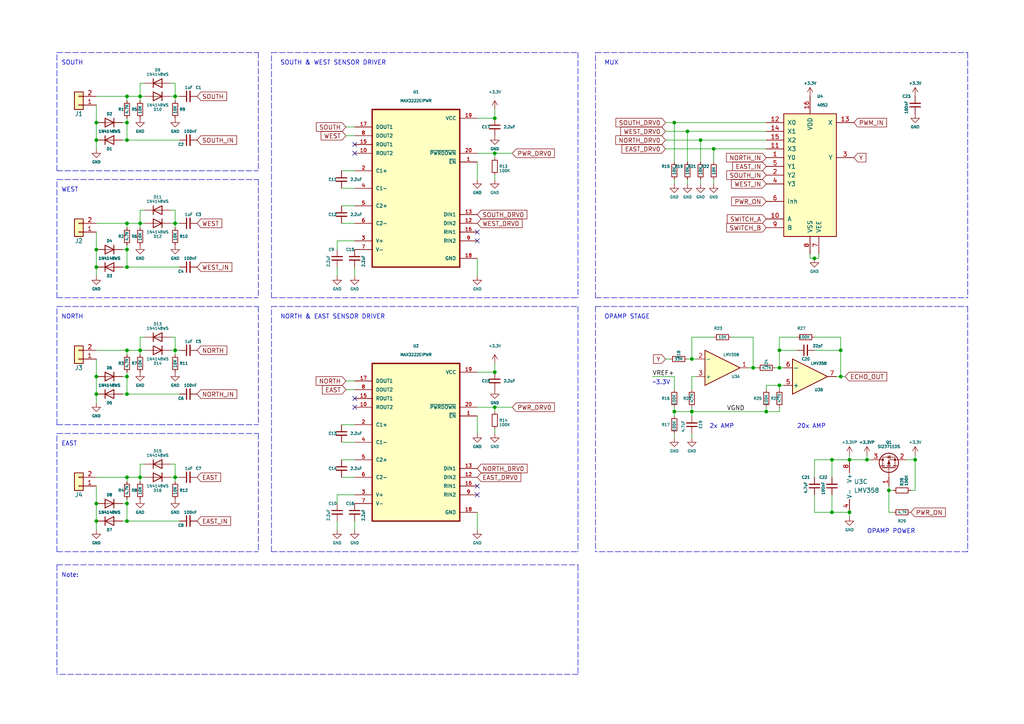
<source format=kicad_sch>
(kicad_sch (version 20211123) (generator eeschema)
  (paper "A4")
  (junction (at 241.3 148.59))
  (junction (at 199.39 38.1))
  (junction (at 143.51 44.45))
  (junction (at 222.25 119.38))
  (junction (at 27.94 109.22))
  (junction (at 257.81 142.24))
  (junction (at 195.58 35.56))
  (junction (at 226.06 106.68))
  (junction (at 143.51 118.11))
  (junction (at 195.58 119.38))
  (junction (at 50.8 101.6))
  (junction (at 251.46 133.35))
  (junction (at 236.22 74.93))
  (junction (at 36.83 35.56))
  (junction (at 36.83 138.43))
  (junction (at 200.66 104.14))
  (junction (at 143.51 34.29))
  (junction (at 265.43 133.35))
  (junction (at 50.8 27.94))
  (junction (at 36.83 72.39))
  (junction (at 36.83 146.05))
  (junction (at 50.8 64.77))
  (junction (at 27.94 35.56))
  (junction (at 241.3 133.35))
  (junction (at 50.8 138.43))
  (junction (at 40.64 27.94))
  (junction (at 218.44 106.68))
  (junction (at 226.06 101.6))
  (junction (at 36.83 109.22))
  (junction (at 27.94 151.13))
  (junction (at 243.84 101.6))
  (junction (at 36.83 40.64))
  (junction (at 243.84 109.22))
  (junction (at 36.83 64.77))
  (junction (at 40.64 101.6))
  (junction (at 200.66 119.38))
  (junction (at 40.64 138.43))
  (junction (at 36.83 27.94))
  (junction (at 27.94 146.05))
  (junction (at 36.83 77.47))
  (junction (at 27.94 114.3))
  (junction (at 246.38 133.35))
  (junction (at 27.94 72.39))
  (junction (at 207.01 43.18))
  (junction (at 36.83 151.13))
  (junction (at 40.64 64.77))
  (junction (at 36.83 101.6))
  (junction (at 27.94 40.64))
  (junction (at 27.94 77.47))
  (junction (at 246.38 148.59))
  (junction (at 203.2 40.64))
  (junction (at 143.51 107.95))
  (junction (at 226.06 111.76))
  (junction (at 36.83 114.3))
  (no_connect (at 138.43 143.51))
  (no_connect (at 102.87 44.45))
  (no_connect (at 102.87 115.57))
  (no_connect (at 138.43 69.85))
  (no_connect (at 102.87 41.91))
  (no_connect (at 138.43 140.97))
  (no_connect (at 138.43 67.31))
  (no_connect (at 102.87 118.11))
  (wire (pts (xy 49.53 64.77) (xy 50.8 64.77)))
  (wire (pts (xy 200.66 104.14) (xy 201.93 104.14)))
  (wire (pts (xy 257.81 140.97) (xy 257.81 142.24)))
  (wire (pts (xy 195.58 118.11) (xy 195.58 119.38)))
  (wire (pts (xy 195.58 52.07) (xy 195.58 53.34)))
  (wire (pts (xy 143.51 124.46) (xy 143.51 125.73)))
  (polyline (pts (xy 16.51 15.24) (xy 74.93 15.24)))
  (polyline (pts (xy 280.67 160.02) (xy 172.72 160.02)))
  (wire (pts (xy 241.3 133.35) (xy 246.38 133.35)))
  (wire (pts (xy 99.06 123.19) (xy 102.87 123.19)))
  (wire (pts (xy 226.06 111.76) (xy 222.25 111.76)))
  (wire (pts (xy 102.87 151.13) (xy 102.87 153.67)))
  (wire (pts (xy 195.58 119.38) (xy 200.66 119.38)))
  (wire (pts (xy 50.8 24.13) (xy 50.8 27.94)))
  (wire (pts (xy 36.83 114.3) (xy 52.07 114.3)))
  (polyline (pts (xy 16.51 163.83) (xy 167.64 163.83)))
  (wire (pts (xy 36.83 64.77) (xy 36.83 66.04)))
  (polyline (pts (xy 172.72 88.9) (xy 172.72 160.02)))
  (polyline (pts (xy 16.51 160.02) (xy 16.51 125.73)))
  (wire (pts (xy 49.53 60.96) (xy 50.8 60.96)))
  (polyline (pts (xy 16.51 123.19) (xy 74.93 123.19)))
  (polyline (pts (xy 74.93 52.07) (xy 74.93 86.36)))
  (polyline (pts (xy 16.51 52.07) (xy 74.93 52.07)))
  (wire (pts (xy 27.94 101.6) (xy 36.83 101.6)))
  (wire (pts (xy 200.66 113.03) (xy 200.66 109.22)))
  (wire (pts (xy 138.43 148.59) (xy 138.43 153.67)))
  (polyline (pts (xy 16.51 160.02) (xy 74.93 160.02)))
  (wire (pts (xy 36.83 138.43) (xy 40.64 138.43)))
  (wire (pts (xy 41.91 134.62) (xy 40.64 134.62)))
  (polyline (pts (xy 78.74 86.36) (xy 78.74 15.24)))
  (wire (pts (xy 246.38 132.08) (xy 246.38 133.35)))
  (wire (pts (xy 243.84 109.22) (xy 242.57 109.22)))
  (wire (pts (xy 200.66 119.38) (xy 200.66 120.65)))
  (wire (pts (xy 36.83 71.12) (xy 36.83 72.39)))
  (wire (pts (xy 36.83 77.47) (xy 52.07 77.47)))
  (wire (pts (xy 99.06 59.69) (xy 102.87 59.69)))
  (wire (pts (xy 138.43 34.29) (xy 143.51 34.29)))
  (wire (pts (xy 50.8 27.94) (xy 52.07 27.94)))
  (polyline (pts (xy 16.51 49.53) (xy 74.93 49.53)))
  (wire (pts (xy 143.51 44.45) (xy 143.51 45.72)))
  (wire (pts (xy 100.33 36.83) (xy 102.87 36.83)))
  (wire (pts (xy 49.53 138.43) (xy 50.8 138.43)))
  (wire (pts (xy 36.83 64.77) (xy 40.64 64.77)))
  (wire (pts (xy 100.33 110.49) (xy 102.87 110.49)))
  (wire (pts (xy 50.8 64.77) (xy 52.07 64.77)))
  (wire (pts (xy 193.04 104.14) (xy 194.31 104.14)))
  (wire (pts (xy 193.04 43.18) (xy 207.01 43.18)))
  (wire (pts (xy 36.83 72.39) (xy 35.56 72.39)))
  (wire (pts (xy 226.06 101.6) (xy 231.14 101.6)))
  (wire (pts (xy 97.79 143.51) (xy 102.87 143.51)))
  (wire (pts (xy 36.83 146.05) (xy 35.56 146.05)))
  (wire (pts (xy 50.8 134.62) (xy 50.8 138.43)))
  (wire (pts (xy 36.83 151.13) (xy 52.07 151.13)))
  (wire (pts (xy 27.94 109.22) (xy 27.94 114.3)))
  (wire (pts (xy 100.33 39.37) (xy 102.87 39.37)))
  (wire (pts (xy 264.16 142.24) (xy 265.43 142.24)))
  (wire (pts (xy 36.83 101.6) (xy 40.64 101.6)))
  (wire (pts (xy 50.8 101.6) (xy 50.8 102.87)))
  (polyline (pts (xy 167.64 195.58) (xy 16.51 195.58)))
  (wire (pts (xy 97.79 77.47) (xy 97.79 80.01)))
  (wire (pts (xy 27.94 114.3) (xy 27.94 116.84)))
  (wire (pts (xy 226.06 106.68) (xy 226.06 101.6)))
  (wire (pts (xy 224.79 106.68) (xy 226.06 106.68)))
  (wire (pts (xy 265.43 132.08) (xy 265.43 133.35)))
  (wire (pts (xy 199.39 38.1) (xy 222.25 38.1)))
  (wire (pts (xy 226.06 106.68) (xy 227.33 106.68)))
  (wire (pts (xy 212.09 97.79) (xy 218.44 97.79)))
  (wire (pts (xy 193.04 40.64) (xy 203.2 40.64)))
  (wire (pts (xy 35.56 40.64) (xy 36.83 40.64)))
  (wire (pts (xy 259.08 148.59) (xy 257.81 148.59)))
  (wire (pts (xy 40.64 134.62) (xy 40.64 138.43)))
  (wire (pts (xy 36.83 40.64) (xy 52.07 40.64)))
  (polyline (pts (xy 16.51 49.53) (xy 16.51 15.24)))
  (polyline (pts (xy 78.74 160.02) (xy 167.64 160.02)))
  (wire (pts (xy 193.04 35.56) (xy 195.58 35.56)))
  (wire (pts (xy 195.58 113.03) (xy 195.58 109.22)))
  (wire (pts (xy 27.94 72.39) (xy 27.94 77.47)))
  (wire (pts (xy 189.23 109.22) (xy 195.58 109.22)))
  (wire (pts (xy 40.64 97.79) (xy 40.64 101.6)))
  (wire (pts (xy 27.94 64.77) (xy 36.83 64.77)))
  (wire (pts (xy 138.43 118.11) (xy 143.51 118.11)))
  (wire (pts (xy 143.51 50.8) (xy 143.51 52.07)))
  (wire (pts (xy 40.64 24.13) (xy 40.64 27.94)))
  (wire (pts (xy 241.3 133.35) (xy 236.22 133.35)))
  (polyline (pts (xy 78.74 160.02) (xy 78.74 88.9)))
  (wire (pts (xy 27.94 146.05) (xy 27.94 151.13)))
  (wire (pts (xy 40.64 60.96) (xy 40.64 64.77)))
  (wire (pts (xy 99.06 49.53) (xy 102.87 49.53)))
  (polyline (pts (xy 172.72 15.24) (xy 280.67 15.24)))
  (wire (pts (xy 36.83 109.22) (xy 35.56 109.22)))
  (wire (pts (xy 243.84 101.6) (xy 243.84 109.22)))
  (wire (pts (xy 97.79 69.85) (xy 102.87 69.85)))
  (wire (pts (xy 143.51 118.11) (xy 148.59 118.11)))
  (polyline (pts (xy 167.64 15.24) (xy 167.64 86.36)))
  (wire (pts (xy 50.8 97.79) (xy 50.8 101.6)))
  (wire (pts (xy 195.58 35.56) (xy 222.25 35.56)))
  (wire (pts (xy 203.2 52.07) (xy 203.2 53.34)))
  (wire (pts (xy 138.43 74.93) (xy 138.43 80.01)))
  (wire (pts (xy 236.22 138.43) (xy 236.22 133.35)))
  (wire (pts (xy 218.44 106.68) (xy 219.71 106.68)))
  (wire (pts (xy 199.39 52.07) (xy 199.39 53.34)))
  (wire (pts (xy 200.66 109.22) (xy 201.93 109.22)))
  (polyline (pts (xy 167.64 88.9) (xy 167.64 160.02)))
  (wire (pts (xy 27.94 30.48) (xy 27.94 35.56)))
  (wire (pts (xy 138.43 125.73) (xy 138.43 120.65)))
  (wire (pts (xy 36.83 40.64) (xy 36.83 35.56)))
  (wire (pts (xy 195.58 125.73) (xy 195.58 127)))
  (wire (pts (xy 36.83 27.94) (xy 40.64 27.94)))
  (wire (pts (xy 36.83 101.6) (xy 36.83 102.87)))
  (wire (pts (xy 138.43 44.45) (xy 143.51 44.45)))
  (wire (pts (xy 251.46 132.08) (xy 251.46 133.35)))
  (wire (pts (xy 222.25 119.38) (xy 200.66 119.38)))
  (wire (pts (xy 226.06 101.6) (xy 226.06 97.79)))
  (polyline (pts (xy 172.72 86.36) (xy 280.67 86.36)))
  (wire (pts (xy 265.43 133.35) (xy 262.89 133.35)))
  (wire (pts (xy 41.91 97.79) (xy 40.64 97.79)))
  (wire (pts (xy 237.49 73.66) (xy 237.49 74.93)))
  (wire (pts (xy 40.64 27.94) (xy 40.64 29.21)))
  (wire (pts (xy 50.8 60.96) (xy 50.8 64.77)))
  (wire (pts (xy 27.94 35.56) (xy 27.94 40.64)))
  (wire (pts (xy 40.64 101.6) (xy 40.64 102.87)))
  (wire (pts (xy 226.06 119.38) (xy 222.25 119.38)))
  (wire (pts (xy 203.2 40.64) (xy 203.2 46.99)))
  (wire (pts (xy 199.39 38.1) (xy 199.39 46.99)))
  (wire (pts (xy 49.53 27.94) (xy 50.8 27.94)))
  (polyline (pts (xy 78.74 86.36) (xy 167.64 86.36)))
  (wire (pts (xy 257.81 142.24) (xy 257.81 148.59)))
  (wire (pts (xy 195.58 119.38) (xy 195.58 120.65)))
  (polyline (pts (xy 280.67 88.9) (xy 280.67 160.02)))
  (wire (pts (xy 49.53 97.79) (xy 50.8 97.79)))
  (wire (pts (xy 36.83 114.3) (xy 36.83 109.22)))
  (wire (pts (xy 50.8 27.94) (xy 50.8 29.21)))
  (wire (pts (xy 50.8 101.6) (xy 52.07 101.6)))
  (wire (pts (xy 243.84 109.22) (xy 245.11 109.22)))
  (wire (pts (xy 40.64 64.77) (xy 41.91 64.77)))
  (wire (pts (xy 99.06 128.27) (xy 102.87 128.27)))
  (polyline (pts (xy 16.51 123.19) (xy 16.51 88.9)))
  (wire (pts (xy 236.22 101.6) (xy 243.84 101.6)))
  (wire (pts (xy 27.94 104.14) (xy 27.94 109.22)))
  (polyline (pts (xy 74.93 15.24) (xy 74.93 49.53)))
  (wire (pts (xy 99.06 54.61) (xy 102.87 54.61)))
  (wire (pts (xy 265.43 142.24) (xy 265.43 133.35)))
  (wire (pts (xy 200.66 97.79) (xy 200.66 104.14)))
  (wire (pts (xy 40.64 64.77) (xy 40.64 66.04)))
  (wire (pts (xy 236.22 143.51) (xy 236.22 148.59)))
  (wire (pts (xy 36.83 34.29) (xy 36.83 35.56)))
  (wire (pts (xy 100.33 113.03) (xy 102.87 113.03)))
  (wire (pts (xy 49.53 101.6) (xy 50.8 101.6)))
  (wire (pts (xy 35.56 114.3) (xy 36.83 114.3)))
  (wire (pts (xy 226.06 118.11) (xy 226.06 119.38)))
  (wire (pts (xy 246.38 148.59) (xy 246.38 149.86)))
  (wire (pts (xy 36.83 77.47) (xy 36.83 72.39)))
  (wire (pts (xy 40.64 138.43) (xy 40.64 139.7)))
  (wire (pts (xy 234.95 74.93) (xy 236.22 74.93)))
  (wire (pts (xy 36.83 138.43) (xy 36.83 139.7)))
  (polyline (pts (xy 74.93 125.73) (xy 74.93 160.02)))
  (polyline (pts (xy 16.51 163.83) (xy 16.51 195.58)))
  (wire (pts (xy 234.95 73.66) (xy 234.95 74.93)))
  (wire (pts (xy 237.49 74.93) (xy 236.22 74.93)))
  (wire (pts (xy 36.83 144.78) (xy 36.83 146.05)))
  (wire (pts (xy 200.66 97.79) (xy 207.01 97.79)))
  (wire (pts (xy 40.64 27.94) (xy 41.91 27.94)))
  (wire (pts (xy 99.06 138.43) (xy 102.87 138.43)))
  (wire (pts (xy 207.01 43.18) (xy 222.25 43.18)))
  (wire (pts (xy 200.66 119.38) (xy 200.66 118.11)))
  (wire (pts (xy 99.06 133.35) (xy 102.87 133.35)))
  (wire (pts (xy 193.04 38.1) (xy 199.39 38.1)))
  (polyline (pts (xy 78.74 15.24) (xy 167.64 15.24)))
  (wire (pts (xy 97.79 69.85) (xy 97.79 72.39)))
  (polyline (pts (xy 16.51 86.36) (xy 16.51 52.07)))
  (wire (pts (xy 40.64 101.6) (xy 41.91 101.6)))
  (polyline (pts (xy 16.51 86.36) (xy 74.93 86.36)))
  (wire (pts (xy 207.01 52.07) (xy 207.01 53.34)))
  (wire (pts (xy 203.2 40.64) (xy 222.25 40.64)))
  (wire (pts (xy 138.43 107.95) (xy 143.51 107.95)))
  (wire (pts (xy 27.94 151.13) (xy 27.94 153.67)))
  (wire (pts (xy 102.87 77.47) (xy 102.87 80.01)))
  (wire (pts (xy 36.83 27.94) (xy 36.83 29.21)))
  (wire (pts (xy 143.51 105.41) (xy 143.51 107.95)))
  (wire (pts (xy 241.3 148.59) (xy 246.38 148.59)))
  (wire (pts (xy 50.8 138.43) (xy 50.8 139.7)))
  (wire (pts (xy 36.83 107.95) (xy 36.83 109.22)))
  (polyline (pts (xy 74.93 88.9) (xy 74.93 123.19)))
  (wire (pts (xy 195.58 35.56) (xy 195.58 46.99)))
  (wire (pts (xy 227.33 111.76) (xy 226.06 111.76)))
  (wire (pts (xy 97.79 151.13) (xy 97.79 153.67)))
  (wire (pts (xy 251.46 133.35) (xy 252.73 133.35)))
  (polyline (pts (xy 172.72 86.36) (xy 172.72 15.24)))
  (wire (pts (xy 236.22 97.79) (xy 243.84 97.79)))
  (wire (pts (xy 99.06 64.77) (xy 102.87 64.77)))
  (polyline (pts (xy 172.72 88.9) (xy 280.67 88.9)))
  (wire (pts (xy 35.56 77.47) (xy 36.83 77.47)))
  (wire (pts (xy 50.8 64.77) (xy 50.8 66.04)))
  (wire (pts (xy 40.64 138.43) (xy 41.91 138.43)))
  (polyline (pts (xy 78.74 88.9) (xy 167.64 88.9)))
  (wire (pts (xy 217.17 106.68) (xy 218.44 106.68)))
  (wire (pts (xy 35.56 151.13) (xy 36.83 151.13)))
  (wire (pts (xy 27.94 67.31) (xy 27.94 72.39)))
  (wire (pts (xy 143.51 118.11) (xy 143.51 119.38)))
  (wire (pts (xy 27.94 40.64) (xy 27.94 43.18)))
  (wire (pts (xy 222.25 118.11) (xy 222.25 119.38)))
  (wire (pts (xy 241.3 148.59) (xy 236.22 148.59)))
  (wire (pts (xy 246.38 133.35) (xy 251.46 133.35)))
  (wire (pts (xy 41.91 24.13) (xy 40.64 24.13)))
  (wire (pts (xy 27.94 77.47) (xy 27.94 80.01)))
  (wire (pts (xy 218.44 106.68) (xy 218.44 97.79)))
  (wire (pts (xy 50.8 138.43) (xy 52.07 138.43)))
  (wire (pts (xy 41.91 60.96) (xy 40.64 60.96)))
  (wire (pts (xy 27.94 140.97) (xy 27.94 146.05)))
  (wire (pts (xy 226.06 111.76) (xy 226.06 113.03)))
  (wire (pts (xy 27.94 138.43) (xy 36.83 138.43)))
  (polyline (pts (xy 280.67 15.24) (xy 280.67 86.36)))
  (wire (pts (xy 241.3 143.51) (xy 241.3 148.59)))
  (polyline (pts (xy 16.51 88.9) (xy 74.93 88.9)))
  (wire (pts (xy 207.01 43.18) (xy 207.01 46.99)))
  (wire (pts (xy 49.53 134.62) (xy 50.8 134.62)))
  (wire (pts (xy 97.79 143.51) (xy 97.79 146.05)))
  (wire (pts (xy 199.39 104.14) (xy 200.66 104.14)))
  (wire (pts (xy 138.43 52.07) (xy 138.43 46.99)))
  (wire (pts (xy 243.84 97.79) (xy 243.84 101.6)))
  (wire (pts (xy 200.66 125.73) (xy 200.66 127)))
  (wire (pts (xy 27.94 27.94) (xy 36.83 27.94)))
  (wire (pts (xy 143.51 31.75) (xy 143.51 34.29)))
  (wire (pts (xy 36.83 35.56) (xy 35.56 35.56)))
  (wire (pts (xy 49.53 24.13) (xy 50.8 24.13)))
  (wire (pts (xy 36.83 151.13) (xy 36.83 146.05)))
  (wire (pts (xy 226.06 97.79) (xy 231.14 97.79)))
  (wire (pts (xy 222.25 111.76) (xy 222.25 113.03)))
  (wire (pts (xy 143.51 44.45) (xy 148.59 44.45)))
  (wire (pts (xy 257.81 142.24) (xy 259.08 142.24)))
  (polyline (pts (xy 167.64 163.83) (xy 167.64 195.58)))
  (wire (pts (xy 241.3 138.43) (xy 241.3 133.35)))
  (polyline (pts (xy 16.51 125.73) (xy 74.93 125.73)))
  (text "MUX" (at 175.26 19.05 0) (effects (font (size 1.27 1.27)) (justify left bottom)))
  (text "Note:" (at 17.78 167.64 0) (effects (font (size 1.27 1.27)) (justify left bottom)))
  (text "OPAMP POWER" (at 251.46 154.94 0) (effects (font (size 1.27 1.27)) (justify left bottom)))
  (text "2x AMP" (at 205.74 124.46 0) (effects (font (size 1.27 1.27)) (justify left bottom)))
  (text "20x AMP" (at 231.14 124.46 0) (effects (font (size 1.27 1.27)) (justify left bottom)))
  (text "~3.3V" (at 189.23 111.76 0) (effects (font (size 1.27 1.27)) (justify left bottom)))
  (text "SOUTH & WEST SENSOR DRIVER" (at 81.28 19.05 0) (effects (font (size 1.27 1.27)) (justify left bottom)))
  (text "OPAMP STAGE" (at 175.26 92.71 0) (effects (font (size 1.27 1.27)) (justify left bottom)))
  (text "SOUTH" (at 17.78 19.05 0) (effects (font (size 1.27 1.27)) (justify left bottom)))
  (text "EAST" (at 17.78 129.54 0) (effects (font (size 1.27 1.27)) (justify left bottom)))
  (text "NORTH & EAST SENSOR DRIVER" (at 81.28 92.71 0) (effects (font (size 1.27 1.27)) (justify left bottom)))
  (text "WEST" (at 17.78 55.88 0) (effects (font (size 1.27 1.27)) (justify left bottom)))
  (text "NORTH" (at 17.78 92.71 0) (effects (font (size 1.27 1.27)) (justify left bottom)))
  (label "VGND" (at 210.82 119.38 0))
  (label "VREF+" (at 189.23 109.22 0))
  (global_label "PWR_ON" (shape input) (at 222.25 58.42 180) (property "Intersheet References" "${INTERSHEET_REFS}" (effects hide)))
  (global_label "NORTH_DRV0" (shape input) (at 138.43 135.89 0) (property "Intersheet References" "${INTERSHEET_REFS}" (effects hide)))
  (global_label "SOUTH_DRV0" (shape input) (at 193.04 35.56 180) (property "Intersheet References" "${INTERSHEET_REFS}" (effects hide)))
  (global_label "PWR_ON" (shape input) (at 264.16 148.59 0) (property "Intersheet References" "${INTERSHEET_REFS}" (effects hide)))
  (global_label "SWITCH_B" (shape input) (at 222.25 66.04 180) (property "Intersheet References" "${INTERSHEET_REFS}" (effects hide)))
  (global_label "NORTH_IN" (shape input) (at 222.25 45.72 180) (property "Intersheet References" "${INTERSHEET_REFS}" (effects hide)))
  (global_label "EAST_DRV0" (shape input) (at 138.43 138.43 0) (property "Intersheet References" "${INTERSHEET_REFS}" (effects hide)))
  (global_label "SOUTH_DRV0" (shape input) (at 138.43 62.23 0) (property "Intersheet References" "${INTERSHEET_REFS}" (effects hide)))
  (global_label "SOUTH" (shape input) (at 57.15 27.94 0) (property "Intersheet References" "${INTERSHEET_REFS}" (effects hide)))
  (global_label "NORTH_DRV0" (shape input) (at 193.04 40.64 180) (property "Intersheet References" "${INTERSHEET_REFS}" (effects hide)))
  (global_label "Y" (shape input) (at 247.65 45.72 0) (property "Intersheet References" "${INTERSHEET_REFS}" (effects hide)))
  (global_label "WEST_DRV0" (shape input) (at 138.43 64.77 0) (property "Intersheet References" "${INTERSHEET_REFS}" (effects hide)))
  (global_label "EAST_IN" (shape input) (at 222.25 48.26 180) (property "Intersheet References" "${INTERSHEET_REFS}" (effects hide)))
  (global_label "WEST_IN" (shape input) (at 57.15 77.47 0) (property "Intersheet References" "${INTERSHEET_REFS}" (effects hide)))
  (global_label "PWR_DRV0" (shape input) (at 148.59 44.45 0) (property "Intersheet References" "${INTERSHEET_REFS}" (effects hide)))
  (global_label "WEST_IN" (shape input) (at 222.25 53.34 180) (property "Intersheet References" "${INTERSHEET_REFS}" (effects hide)))
  (global_label "PWR_DRV0" (shape input) (at 148.59 118.11 0) (property "Intersheet References" "${INTERSHEET_REFS}" (effects hide)))
  (global_label "EAST" (shape input) (at 57.15 138.43 0) (property "Intersheet References" "${INTERSHEET_REFS}" (effects hide)))
  (global_label "ECHO_OUT" (shape input) (at 245.11 109.22 0) (property "Intersheet References" "${INTERSHEET_REFS}" (effects hide)))
  (global_label "EAST_DRV0" (shape input) (at 193.04 43.18 180) (property "Intersheet References" "${INTERSHEET_REFS}" (effects hide)))
  (global_label "WEST" (shape input) (at 57.15 64.77 0) (property "Intersheet References" "${INTERSHEET_REFS}" (effects hide)))
  (global_label "EAST_IN" (shape input) (at 57.15 151.13 0) (property "Intersheet References" "${INTERSHEET_REFS}" (effects hide)))
  (global_label "WEST" (shape input) (at 100.33 39.37 180) (property "Intersheet References" "${INTERSHEET_REFS}" (effects hide)))
  (global_label "EAST" (shape input) (at 100.33 113.03 180) (property "Intersheet References" "${INTERSHEET_REFS}" (effects hide)))
  (global_label "NORTH" (shape input) (at 57.15 101.6 0) (property "Intersheet References" "${INTERSHEET_REFS}" (effects hide)))
  (global_label "SOUTH_IN" (shape input) (at 222.25 50.8 180) (property "Intersheet References" "${INTERSHEET_REFS}" (effects hide)))
  (global_label "SWITCH_A" (shape input) (at 222.25 63.5 180) (property "Intersheet References" "${INTERSHEET_REFS}" (effects hide)))
  (global_label "Y" (shape input) (at 193.04 104.14 180) (property "Intersheet References" "${INTERSHEET_REFS}" (effects hide)))
  (global_label "NORTH" (shape input) (at 100.33 110.49 180) (property "Intersheet References" "${INTERSHEET_REFS}" (effects hide)))
  (global_label "NORTH_IN" (shape input) (at 57.15 114.3 0) (property "Intersheet References" "${INTERSHEET_REFS}" (effects hide)))
  (global_label "SOUTH" (shape input) (at 100.33 36.83 180) (property "Intersheet References" "${INTERSHEET_REFS}" (effects hide)))
  (global_label "WEST_DRV0" (shape input) (at 193.04 38.1 180) (property "Intersheet References" "${INTERSHEET_REFS}" (effects hide)))
  (global_label "SOUTH_IN" (shape input) (at 57.15 40.64 0) (property "Intersheet References" "${INTERSHEET_REFS}" (effects hide)))
  (global_label "PWM_IN" (shape input) (at 247.65 35.56 0) (property "Intersheet References" "${INTERSHEET_REFS}" (effects hide)))
  (symbol (lib_id "Device:C_Small") (at 54.61 101.6 90) (unit 1)
    (property "Reference" "C5" (at 58.42 99.06 90) (effects (font (size 0.8 0.8)) (justify left)))
    (property "Value" "1uF" (at 55.88 99.06 90) (effects (font (size 0.8 0.8)) (justify left)))
    (property "Footprint" "Capacitor_SMD:C_0603_1608Metric" (effects hide))
  )
  (symbol (lib_id "Diode:1N4148WS") (at 31.75 151.13 0) (unit 1)
    (property "Reference" "D8" (at 31.75 143.51 0) (effects (font (size 0.8 0.8))))
    (property "Value" "1N4148WS" (at 31.75 148.59 0) (effects (font (size 0.8 0.8))))
    (property "Footprint" "Diode_SMD:D_SOD-323" (effects hide))
    (property "Datasheet" "https://www.vishay.com/docs/85751/1n4148ws.pdf" (effects hide))
  )
  (symbol (lib_id "Device:C_Small") (at 241.3 140.97 180) (unit 1)
    (property "Reference" "C22" (at 240.03 138.43 0) (effects (font (size 0.8 0.8)) (justify left)))
    (property "Value" "100nF" (at 238.76 139.7 90) (effects (font (size 0.8 0.8)) (justify left)))
    (property "Footprint" "Capacitor_SMD:C_0603_1608Metric" (effects hide))
  )
  (symbol (lib_id "Device:R_Small") (at 143.51 121.92 180) (unit 1)
    (property "Reference" "R14" (at 144.78 121.92 0) (effects (font (size 0.8 0.8)) (justify right)))
    (property "Value" "100K" (at 144.78 123.19 0) (effects (font (size 0.8 0.8)) (justify right)))
    (property "Footprint" "Resistor_SMD:R_0603_1608Metric" (effects hide))
  )
  (symbol (lib_id "power:GND") (at 27.94 116.84 0) (unit 1)
    (property "Reference" "#PWR0133" (effects hide))
    (property "Value" "GND" (at 27.94 120.65 0) (effects (font (size 0.8 0.8))))
  )
  (symbol (lib_id "4xxx:4052") (at 234.95 50.8 0) (unit 1)
    (property "Reference" "U4" (at 236.9694 27.94 0) (effects (font (size 0.8 0.8)) (justify left)))
    (property "Value" "4052" (at 236.9694 30.48 0) (effects (font (size 0.8 0.8)) (justify left)))
    (property "Datasheet" "http://www.intersil.com/content/dam/Intersil/documents/cd40/cd4051bms-52bms-53bms.pdf" (effects hide))
  )
  (symbol (lib_id "Device:R_Small") (at 50.8 142.24 180) (unit 1)
    (property "Reference" "R12" (at 52.07 142.24 0) (effects (font (size 0.8 0.8)) (justify right)))
    (property "Value" "10K" (at 50.8 143.51 90) (effects (font (size 0.8 0.8)) (justify right)))
    (property "Footprint" "Resistor_SMD:R_0603_1608Metric" (effects hide))
  )
  (symbol (lib_id "power:GND") (at 265.43 33.02 0) (unit 1)
    (property "Reference" "#PWR0108" (effects hide))
    (property "Value" "GND" (at 265.43 36.83 0) (effects (font (size 0.8 0.8))))
  )
  (symbol (lib_id "Device:R_Small") (at 203.2 49.53 0) (unit 1)
    (property "Reference" "R21" (at 201.93 48.26 0) (effects (font (size 0.8 0.8)) (justify right)))
    (property "Value" "10K" (at 203.2 48.26 90) (effects (font (size 0.8 0.8)) (justify right)))
    (property "Footprint" "Resistor_SMD:R_0603_1608Metric" (effects hide))
  )
  (symbol (lib_id "power:GND") (at 200.66 127 0) (unit 1)
    (property "Reference" "#PWR0120" (effects hide))
    (property "Value" "GND" (at 200.66 130.81 0) (effects (font (size 0.8 0.8))))
  )
  (symbol (lib_id "Device:R_Small") (at 261.62 142.24 270) (unit 1)
    (property "Reference" "R28" (at 261.62 140.97 0) (effects (font (size 0.8 0.8)) (justify right)))
    (property "Value" "100K" (at 262.89 140.97 0) (effects (font (size 0.8 0.8)) (justify right)))
    (property "Footprint" "Resistor_SMD:R_0603_1608Metric" (effects hide))
  )
  (symbol (lib_id "Connector_Generic:Conn_01x02") (at 22.86 104.14 180) (unit 1)
    (property "Reference" "J3" (at 22.86 106.68 0))
    (property "Value" "Conn_01x02" (effects hide))
  )
  (symbol (lib_id "Device:C_Small") (at 143.51 36.83 0) (unit 1)
    (property "Reference" "C17" (at 139.7 36.83 0) (effects (font (size 0.8 0.8)) (justify left)))
    (property "Value" "2.2uF" (at 146.05 36.83 0) (effects (font (size 0.8 0.8)) (justify left)))
    (property "Footprint" "Capacitor_SMD:C_0603_1608Metric" (effects hide))
  )
  (symbol (lib_id "power:GND") (at 138.43 80.01 0) (unit 1)
    (property "Reference" "#PWR0121" (effects hide))
    (property "Value" "GND" (at 138.43 83.82 0) (effects (font (size 0.8 0.8))))
  )
  (symbol (lib_id "Device:R_Small") (at 40.64 68.58 180) (unit 1)
    (property "Reference" "R6" (at 38.1 68.58 0) (effects (font (size 0.8 0.8)) (justify right)))
    (property "Value" "10K" (at 40.64 69.85 90) (effects (font (size 0.8 0.8)) (justify right)))
    (property "Footprint" "Resistor_SMD:R_0603_1608Metric" (effects hide))
  )
  (symbol (lib_id "Device:C_Small") (at 54.61 77.47 90) (unit 1)
    (property "Reference" "C4" (at 53.34 78.74 90) (effects (font (size 0.8 0.8)) (justify left)))
    (property "Value" "100nF" (at 57.15 74.93 90) (effects (font (size 0.8 0.8)) (justify left)))
    (property "Footprint" "Capacitor_SMD:C_0603_1608Metric" (effects hide))
  )
  (symbol (lib_id "Diode:1N4148WS") (at 31.75 146.05 180) (unit 1)
    (property "Reference" "D7" (at 31.75 153.67 0) (effects (font (size 0.8 0.8))))
    (property "Value" "1N4148WS" (at 31.75 148.59 0) (effects (font (size 0.8 0.8))))
    (property "Footprint" "Diode_SMD:D_SOD-323" (effects hide))
    (property "Datasheet" "https://www.vishay.com/docs/85751/1n4148ws.pdf" (effects hide))
  )
  (symbol (lib_id "power:GND") (at 102.87 153.67 0) (unit 1)
    (property "Reference" "#PWR0137" (effects hide))
    (property "Value" "GND" (at 102.87 157.48 0) (effects (font (size 0.8 0.8))))
  )
  (symbol (lib_id "power:GND") (at 143.51 52.07 0) (unit 1)
    (property "Reference" "#PWR0117" (effects hide))
    (property "Value" "GND" (at 143.51 55.88 0) (effects (font (size 0.8 0.8))))
  )
  (symbol (lib_id "Device:R_Small") (at 36.83 142.24 180) (unit 1)
    (property "Reference" "R4" (at 34.29 142.24 0) (effects (font (size 0.8 0.8)) (justify right)))
    (property "Value" "4.7K" (at 36.83 143.51 90) (effects (font (size 0.8 0.8)) (justify right)))
    (property "Footprint" "Resistor_SMD:R_0603_1608Metric" (effects hide))
  )
  (symbol (lib_id "power:GND") (at 207.01 53.34 0) (unit 1)
    (property "Reference" "#PWR0101" (effects hide))
    (property "Value" "GND" (at 207.01 57.15 0) (effects (font (size 0.8 0.8))))
  )
  (symbol (lib_id "Diode:1N4148WS") (at 31.75 40.64 0) (unit 1)
    (property "Reference" "D2" (at 31.75 33.02 0) (effects (font (size 0.8 0.8))))
    (property "Value" "1N4148WS" (at 31.75 38.1 0) (effects (font (size 0.8 0.8))))
    (property "Footprint" "Diode_SMD:D_SOD-323" (effects hide))
    (property "Datasheet" "https://www.vishay.com/docs/85751/1n4148ws.pdf" (effects hide))
  )
  (symbol (lib_id "Device:R_Small") (at 40.64 105.41 180) (unit 1)
    (property "Reference" "R7" (at 38.1 105.41 0) (effects (font (size 0.8 0.8)) (justify right)))
    (property "Value" "10K" (at 40.64 106.68 90) (effects (font (size 0.8 0.8)) (justify right)))
    (property "Footprint" "Resistor_SMD:R_0603_1608Metric" (effects hide))
  )
  (symbol (lib_name "MAX3222EIPWR_1") (lib_id "MAX3222EIPWR:MAX3222EIPWR") (at 120.65 128.27 0) (mirror y) (unit 1)
    (property "Reference" "U2" (at 120.65 100.33 0) (effects (font (size 0.8 0.8))))
    (property "Value" "MAX3222EIPWR" (at 120.65 102.87 0) (effects (font (size 0.8 0.8))))
    (property "Footprint" "MAX3222EIPWR:SOP65P640X120-20N" (effects hide))
  )
  (symbol (lib_id "Device:C_Small") (at 54.61 64.77 90) (unit 1)
    (property "Reference" "C3" (at 58.42 62.23 90) (effects (font (size 0.8 0.8)) (justify left)))
    (property "Value" "1uF" (at 55.88 62.23 90) (effects (font (size 0.8 0.8)) (justify left)))
    (property "Footprint" "Capacitor_SMD:C_0603_1608Metric" (effects hide))
  )
  (symbol (lib_id "Device:R_Small") (at 199.39 49.53 0) (unit 1)
    (property "Reference" "R19" (at 198.12 48.26 0) (effects (font (size 0.8 0.8)) (justify right)))
    (property "Value" "10K" (at 199.39 48.26 90) (effects (font (size 0.8 0.8)) (justify right)))
    (property "Footprint" "Resistor_SMD:R_0603_1608Metric" (effects hide))
  )
  (symbol (lib_id "Device:C_Small") (at 99.06 62.23 0) (unit 1)
    (property "Reference" "C12" (at 95.25 62.23 0) (effects (font (size 0.8 0.8)) (justify left)))
    (property "Value" "2.2uF" (at 101.6 62.23 0) (effects (font (size 0.8 0.8)) (justify left)))
    (property "Footprint" "Capacitor_SMD:C_0603_1608Metric" (effects hide))
  )
  (symbol (lib_id "Device:R_Small") (at 207.01 49.53 0) (unit 1)
    (property "Reference" "R22" (at 205.74 48.26 0) (effects (font (size 0.8 0.8)) (justify right)))
    (property "Value" "10K" (at 207.01 48.26 90) (effects (font (size 0.8 0.8)) (justify right)))
    (property "Footprint" "Resistor_SMD:R_0603_1608Metric" (effects hide))
  )
  (symbol (lib_id "power:GND") (at 138.43 52.07 0) (unit 1)
    (property "Reference" "#PWR0123" (effects hide))
    (property "Value" "GND" (at 138.43 55.88 0) (effects (font (size 0.8 0.8))))
  )
  (symbol (lib_id "Amplifier_Operational:LMV358") (at 234.95 109.22 0) (mirror x) (unit 2)
    (property "Reference" "U3" (at 237.49 113.03 0) (effects (font (size 0.8 0.8))))
    (property "Value" "LMV358" (at 237.49 105.41 0) (effects (font (size 0.8 0.8))))
    (property "Datasheet" "http://www.ti.com/lit/ds/symlink/lmv324.pdf" (effects hide))
  )
  (symbol (lib_id "Device:R_Small") (at 50.8 105.41 180) (unit 1)
    (property "Reference" "R11" (at 52.07 105.41 0) (effects (font (size 0.8 0.8)) (justify right)))
    (property "Value" "10K" (at 50.8 106.68 90) (effects (font (size 0.8 0.8)) (justify right)))
    (property "Footprint" "Resistor_SMD:R_0603_1608Metric" (effects hide))
  )
  (symbol (lib_id "Connector_Generic:Conn_01x02") (at 22.86 67.31 180) (unit 1)
    (property "Reference" "J2" (at 22.86 69.85 0))
    (property "Value" "Conn_01x02" (effects hide))
  )
  (symbol (lib_id "Device:R_Small") (at 143.51 48.26 180) (unit 1)
    (property "Reference" "R13" (at 144.78 48.26 0) (effects (font (size 0.8 0.8)) (justify right)))
    (property "Value" "100K" (at 144.78 49.53 0) (effects (font (size 0.8 0.8)) (justify right)))
    (property "Footprint" "Resistor_SMD:R_0603_1608Metric" (effects hide))
  )
  (symbol (lib_id "Device:R_Small") (at 222.25 115.57 0) (unit 1)
    (property "Reference" "R25" (at 220.98 115.57 0) (effects (font (size 0.8 0.8)) (justify right)))
    (property "Value" "100K" (at 222.25 114.3 90) (effects (font (size 0.8 0.8)) (justify right)))
    (property "Footprint" "Resistor_SMD:R_0603_1608Metric" (effects hide))
  )
  (symbol (lib_id "power:+3.3VP") (at 251.46 132.08 0) (unit 1)
    (property "Reference" "#PWR0114" (effects hide))
    (property "Value" "+3.3VP" (at 251.46 128.27 0) (effects (font (size 0.8 0.8))))
  )
  (symbol (lib_id "power:GND") (at 138.43 153.67 0) (unit 1)
    (property "Reference" "#PWR0140" (effects hide))
    (property "Value" "GND" (at 138.43 157.48 0) (effects (font (size 0.8 0.8))))
  )
  (symbol (lib_id "Device:C_Small") (at 54.61 138.43 90) (unit 1)
    (property "Reference" "C7" (at 58.42 135.89 90) (effects (font (size 0.8 0.8)) (justify left)))
    (property "Value" "1uF" (at 55.88 135.89 90) (effects (font (size 0.8 0.8)) (justify left)))
    (property "Footprint" "Capacitor_SMD:C_0603_1608Metric" (effects hide))
  )
  (symbol (lib_id "power:GND") (at 40.64 144.78 0) (unit 1)
    (property "Reference" "#PWR0132" (effects hide))
    (property "Value" "GND" (at 40.64 148.59 0) (effects (font (size 0.8 0.8))))
  )
  (symbol (lib_id "power:GND") (at 40.64 71.12 0) (unit 1)
    (property "Reference" "#PWR0127" (effects hide))
    (property "Value" "GND" (at 40.64 74.93 0) (effects (font (size 0.8 0.8))))
  )
  (symbol (lib_id "Device:R_Small") (at 209.55 97.79 270) (unit 1)
    (property "Reference" "R23" (at 209.55 95.25 90) (effects (font (size 0.8 0.8)) (justify right)))
    (property "Value" "10K" (at 210.82 97.79 90) (effects (font (size 0.8 0.8)) (justify right)))
    (property "Footprint" "Resistor_SMD:R_0603_1608Metric" (effects hide))
  )
  (symbol (lib_id "Device:R_Small") (at 40.64 142.24 180) (unit 1)
    (property "Reference" "R8" (at 38.1 142.24 0) (effects (font (size 0.8 0.8)) (justify right)))
    (property "Value" "10K" (at 40.64 143.51 90) (effects (font (size 0.8 0.8)) (justify right)))
    (property "Footprint" "Resistor_SMD:R_0603_1608Metric" (effects hide))
  )
  (symbol (lib_id "power:GND") (at 27.94 153.67 0) (unit 1)
    (property "Reference" "#PWR0131" (effects hide))
    (property "Value" "GND" (at 27.94 157.48 0) (effects (font (size 0.8 0.8))))
  )
  (symbol (lib_id "Connector_Generic:Conn_01x02") (at 22.86 30.48 180) (unit 1)
    (property "Reference" "J1" (at 22.86 33.02 0))
    (property "Value" "Conn_01x02" (effects hide))
  )
  (symbol (lib_id "Device:R_Small") (at 36.83 105.41 180) (unit 1)
    (property "Reference" "R3" (at 34.29 105.41 0) (effects (font (size 0.8 0.8)) (justify right)))
    (property "Value" "4.7K" (at 36.83 106.68 90) (effects (font (size 0.8 0.8)) (justify right)))
    (property "Footprint" "Resistor_SMD:R_0603_1608Metric" (effects hide))
  )
  (symbol (lib_id "Diode:1N4148WS") (at 45.72 60.96 0) (unit 1)
    (property "Reference" "D11" (at 45.72 57.15 0) (effects (font (size 0.8 0.8))))
    (property "Value" "1N4148WS" (at 45.72 58.42 0) (effects (font (size 0.8 0.8))))
    (property "Footprint" "Diode_SMD:D_SOD-323" (effects hide))
    (property "Datasheet" "https://www.vishay.com/docs/85751/1n4148ws.pdf" (effects hide))
  )
  (symbol (lib_id "power:GND") (at 203.2 53.34 0) (unit 1)
    (property "Reference" "#PWR0102" (effects hide))
    (property "Value" "GND" (at 203.2 57.15 0) (effects (font (size 0.8 0.8))))
  )
  (symbol (lib_id "Device:C_Small") (at 102.87 148.59 0) (unit 1)
    (property "Reference" "C16" (at 100.33 146.05 0) (effects (font (size 0.8 0.8)) (justify left)))
    (property "Value" "2.2uF" (at 105.41 151.13 90) (effects (font (size 0.8 0.8)) (justify left)))
    (property "Footprint" "Capacitor_SMD:C_0603_1608Metric" (effects hide))
  )
  (symbol (lib_id "Device:C_Small") (at 233.68 101.6 90) (unit 1)
    (property "Reference" "C20" (at 234.95 104.14 90) (effects (font (size 0.8 0.8)) (justify left)))
    (property "Value" "22pF" (at 238.76 100.33 90) (effects (font (size 0.8 0.8)) (justify left)))
    (property "Footprint" "Capacitor_SMD:C_0603_1608Metric" (effects hide))
  )
  (symbol (lib_id "power:GND") (at 27.94 43.18 0) (unit 1)
    (property "Reference" "#PWR0130" (effects hide))
    (property "Value" "GND" (at 27.94 46.99 0) (effects (font (size 0.8 0.8))))
  )
  (symbol (lib_id "Device:C_Small") (at 54.61 40.64 90) (unit 1)
    (property "Reference" "C2" (at 53.34 41.91 90) (effects (font (size 0.8 0.8)) (justify left)))
    (property "Value" "100nF" (at 57.15 38.1 90) (effects (font (size 0.8 0.8)) (justify left)))
    (property "Footprint" "Capacitor_SMD:C_0603_1608Metric" (effects hide))
  )
  (symbol (lib_id "Device:C_Small") (at 143.51 110.49 0) (unit 1)
    (property "Reference" "C18" (at 139.7 110.49 0) (effects (font (size 0.8 0.8)) (justify left)))
    (property "Value" "2.2uF" (at 146.05 110.49 0) (effects (font (size 0.8 0.8)) (justify left)))
    (property "Footprint" "Capacitor_SMD:C_0603_1608Metric" (effects hide))
  )
  (symbol (lib_id "power:GND") (at 246.38 149.86 0) (unit 1)
    (property "Reference" "#PWR0112" (effects hide))
    (property "Value" "GND" (at 246.38 153.67 0) (effects (font (size 0.8 0.8))))
  )
  (symbol (lib_id "power:GND") (at 40.64 34.29 0) (unit 1)
    (property "Reference" "#PWR0128" (effects hide))
    (property "Value" "GND" (at 40.64 38.1 0) (effects (font (size 0.8 0.8))))
  )
  (symbol (lib_id "Device:R_Small") (at 261.62 148.59 90) (unit 1)
    (property "Reference" "R29" (at 260.35 151.13 90) (effects (font (size 0.8 0.8)) (justify right)))
    (property "Value" "4.7K" (at 260.35 148.59 90) (effects (font (size 0.8 0.8)) (justify right)))
    (property "Footprint" "Resistor_SMD:R_0603_1608Metric" (effects hide))
  )
  (symbol (lib_id "Device:R_Small") (at 196.85 104.14 90) (unit 1)
    (property "Reference" "R18" (at 196.85 101.6 0) (effects (font (size 0.8 0.8)) (justify right)))
    (property "Value" "33R" (at 195.58 104.14 90) (effects (font (size 0.8 0.8)) (justify right)))
    (property "Footprint" "Resistor_SMD:R_0603_1608Metric" (effects hide))
  )
  (symbol (lib_id "power:+3.3VP") (at 246.38 132.08 0) (unit 1)
    (property "Reference" "#PWR0115" (effects hide))
    (property "Value" "+3.3VP" (at 246.38 128.27 0) (effects (font (size 0.8 0.8))))
  )
  (symbol (lib_id "Diode:1N4148WS") (at 45.72 64.77 180) (unit 1)
    (property "Reference" "D12" (at 45.72 68.58 0) (effects (font (size 0.8 0.8))))
    (property "Value" "1N4148WS" (at 45.72 67.31 0) (effects (font (size 0.8 0.8))))
    (property "Footprint" "Diode_SMD:D_SOD-323" (effects hide))
    (property "Datasheet" "https://www.vishay.com/docs/85751/1n4148ws.pdf" (effects hide))
  )
  (symbol (lib_id "Transistor_FET:Si2371EDS") (at 257.81 135.89 90) (unit 1)
    (property "Reference" "Q1" (at 257.81 128.27 90) (effects (font (size 0.8 0.8))))
    (property "Value" "Si2371EDS" (at 257.81 129.54 90) (effects (font (size 0.8 0.8))))
    (property "Footprint" "Package_TO_SOT_SMD:SOT-23" (effects hide))
    (property "Datasheet" "http://www.vishay.com/docs/63924/si2371eds.pdf" (effects hide))
  )
  (symbol (lib_id "power:GND") (at 195.58 53.34 0) (unit 1)
    (property "Reference" "#PWR0103" (effects hide))
    (property "Value" "GND" (at 195.58 57.15 0) (effects (font (size 0.8 0.8))))
  )
  (symbol (lib_name "MAX3222EIPWR_1") (lib_id "MAX3222EIPWR:MAX3222EIPWR") (at 120.65 54.61 0) (mirror y) (unit 1)
    (property "Reference" "U1" (at 120.65 26.67 0) (effects (font (size 0.8 0.8))))
    (property "Value" "MAX3222EIPWR" (at 120.65 29.21 0) (effects (font (size 0.8 0.8))))
    (property "Footprint" "MAX3222EIPWR:SOP65P640X120-20N" (effects hide))
  )
  (symbol (lib_id "power:+3.3V") (at 143.51 105.41 0) (unit 1)
    (property "Reference" "#PWR0106" (effects hide))
    (property "Value" "+3.3V" (at 143.51 100.33 0) (effects (font (size 0.8 0.8))))
  )
  (symbol (lib_id "Device:R_Small") (at 50.8 68.58 180) (unit 1)
    (property "Reference" "R10" (at 52.07 68.58 0) (effects (font (size 0.8 0.8)) (justify right)))
    (property "Value" "10K" (at 50.8 69.85 90) (effects (font (size 0.8 0.8)) (justify right)))
    (property "Footprint" "Resistor_SMD:R_0603_1608Metric" (effects hide))
  )
  (symbol (lib_id "power:GND") (at 40.64 107.95 0) (unit 1)
    (property "Reference" "#PWR0135" (effects hide))
    (property "Value" "GND" (at 40.64 111.76 0) (effects (font (size 0.8 0.8))))
  )
  (symbol (lib_id "power:GND") (at 195.58 127 0) (unit 1)
    (property "Reference" "#PWR0119" (effects hide))
    (property "Value" "GND" (at 195.58 130.81 0) (effects (font (size 0.8 0.8))))
  )
  (symbol (lib_id "power:GND") (at 50.8 107.95 0) (unit 1)
    (property "Reference" "#PWR0136" (effects hide))
    (property "Value" "GND" (at 50.8 111.76 0) (effects (font (size 0.8 0.8))))
  )
  (symbol (lib_id "Device:C_Small") (at 97.79 148.59 0) (unit 1)
    (property "Reference" "C10" (at 95.25 146.05 0) (effects (font (size 0.8 0.8)) (justify left)))
    (property "Value" "2.2uF" (at 95.25 151.13 90) (effects (font (size 0.8 0.8)) (justify left)))
    (property "Footprint" "Capacitor_SMD:C_0603_1608Metric" (effects hide))
  )
  (symbol (lib_id "Device:C_Small") (at 99.06 52.07 0) (unit 1)
    (property "Reference" "C11" (at 95.25 52.07 0) (effects (font (size 0.8 0.8)) (justify left)))
    (property "Value" "2.2uF" (at 101.6 52.07 0) (effects (font (size 0.8 0.8)) (justify left)))
    (property "Footprint" "Capacitor_SMD:C_0603_1608Metric" (effects hide))
  )
  (symbol (lib_id "power:+3.3V") (at 143.51 31.75 0) (unit 1)
    (property "Reference" "#PWR0116" (effects hide))
    (property "Value" "+3.3V" (at 143.51 26.67 0) (effects (font (size 0.8 0.8))))
  )
  (symbol (lib_id "power:GND") (at 50.8 71.12 0) (unit 1)
    (property "Reference" "#PWR0125" (effects hide))
    (property "Value" "GND" (at 50.8 74.93 0) (effects (font (size 0.8 0.8))))
  )
  (symbol (lib_id "Diode:1N4148WS") (at 45.72 27.94 180) (unit 1)
    (property "Reference" "D10" (at 45.72 31.75 0) (effects (font (size 0.8 0.8))))
    (property "Value" "1N4148WS" (at 45.72 30.48 0) (effects (font (size 0.8 0.8))))
    (property "Footprint" "Diode_SMD:D_SOD-323" (effects hide))
    (property "Datasheet" "https://www.vishay.com/docs/85751/1n4148ws.pdf" (effects hide))
  )
  (symbol (lib_id "Diode:1N4148WS") (at 45.72 101.6 180) (unit 1)
    (property "Reference" "D14" (at 45.72 105.41 0) (effects (font (size 0.8 0.8))))
    (property "Value" "1N4148WS" (at 45.72 104.14 0) (effects (font (size 0.8 0.8))))
    (property "Footprint" "Diode_SMD:D_SOD-323" (effects hide))
    (property "Datasheet" "https://www.vishay.com/docs/85751/1n4148ws.pdf" (effects hide))
  )
  (symbol (lib_id "power:GND") (at 236.22 74.93 0) (unit 1)
    (property "Reference" "#PWR0110" (effects hide))
    (property "Value" "GND" (at 236.22 78.74 0) (effects (font (size 0.8 0.8))))
  )
  (symbol (lib_id "Device:R_Small") (at 36.83 68.58 180) (unit 1)
    (property "Reference" "R2" (at 34.29 68.58 0) (effects (font (size 0.8 0.8)) (justify right)))
    (property "Value" "4.7K" (at 36.83 69.85 90) (effects (font (size 0.8 0.8)) (justify right)))
    (property "Footprint" "Resistor_SMD:R_0603_1608Metric" (effects hide))
  )
  (symbol (lib_id "Device:C_Small") (at 97.79 74.93 0) (unit 1)
    (property "Reference" "C9" (at 95.25 72.39 0) (effects (font (size 0.8 0.8)) (justify left)))
    (property "Value" "2.2uF" (at 95.25 77.47 90) (effects (font (size 0.8 0.8)) (justify left)))
    (property "Footprint" "Capacitor_SMD:C_0603_1608Metric" (effects hide))
  )
  (symbol (lib_id "Diode:1N4148WS") (at 45.72 97.79 0) (unit 1)
    (property "Reference" "D13" (at 45.72 93.98 0) (effects (font (size 0.8 0.8))))
    (property "Value" "1N4148WS" (at 45.72 95.25 0) (effects (font (size 0.8 0.8))))
    (property "Footprint" "Diode_SMD:D_SOD-323" (effects hide))
    (property "Datasheet" "https://www.vishay.com/docs/85751/1n4148ws.pdf" (effects hide))
  )
  (symbol (lib_id "Device:R_Small") (at 200.66 115.57 180) (unit 1)
    (property "Reference" "R20" (at 198.12 115.57 0) (effects (font (size 0.8 0.8)) (justify right)))
    (property "Value" "4.7K" (at 200.66 116.84 90) (effects (font (size 0.8 0.8)) (justify right)))
    (property "Footprint" "Resistor_SMD:R_0603_1608Metric" (effects hide))
  )
  (symbol (lib_id "Device:R_Small") (at 226.06 115.57 180) (unit 1)
    (property "Reference" "R26" (at 223.52 115.57 0) (effects (font (size 0.8 0.8)) (justify right)))
    (property "Value" "4.7K" (at 226.06 116.84 90) (effects (font (size 0.8 0.8)) (justify right)))
    (property "Footprint" "Resistor_SMD:R_0603_1608Metric" (effects hide))
  )
  (symbol (lib_id "Device:C_Small") (at 265.43 30.48 180) (unit 1)
    (property "Reference" "C23" (at 264.16 27.94 0) (effects (font (size 0.8 0.8)) (justify left)))
    (property "Value" "100nF" (at 262.89 29.21 90) (effects (font (size 0.8 0.8)) (justify left)))
    (property "Footprint" "Capacitor_SMD:C_0603_1608Metric" (effects hide))
  )
  (symbol (lib_id "power:+3.3V") (at 265.43 27.94 0) (unit 1)
    (property "Reference" "#PWR0109" (effects hide))
    (property "Value" "+3.3V" (at 265.43 24.13 0) (effects (font (size 0.8 0.8))))
  )
  (symbol (lib_id "power:GND") (at 102.87 80.01 0) (unit 1)
    (property "Reference" "#PWR0122" (effects hide))
    (property "Value" "GND" (at 102.87 83.82 0) (effects (font (size 0.8 0.8))))
  )
  (symbol (lib_id "Device:R_Small") (at 50.8 31.75 180) (unit 1)
    (property "Reference" "R9" (at 52.07 31.75 0) (effects (font (size 0.8 0.8)) (justify right)))
    (property "Value" "10K" (at 50.8 33.02 90) (effects (font (size 0.8 0.8)) (justify right)))
    (property "Footprint" "Resistor_SMD:R_0603_1608Metric" (effects hide))
  )
  (symbol (lib_id "Device:R_Small") (at 222.25 106.68 90) (unit 1)
    (property "Reference" "R24" (at 222.25 104.14 0) (effects (font (size 0.8 0.8)) (justify right)))
    (property "Value" "4.7K" (at 220.98 106.68 90) (effects (font (size 0.8 0.8)) (justify right)))
    (property "Footprint" "Resistor_SMD:R_0603_1608Metric" (effects hide))
  )
  (symbol (lib_id "power:GND") (at 50.8 144.78 0) (unit 1)
    (property "Reference" "#PWR0134" (effects hide))
    (property "Value" "GND" (at 50.8 148.59 0) (effects (font (size 0.8 0.8))))
  )
  (symbol (lib_id "power:+3.3V") (at 234.95 27.94 0) (unit 1)
    (property "Reference" "#PWR0111" (effects hide))
    (property "Value" "+3.3V" (at 234.95 24.13 0) (effects (font (size 0.8 0.8))))
  )
  (symbol (lib_id "power:GND") (at 143.51 125.73 0) (unit 1)
    (property "Reference" "#PWR0105" (effects hide))
    (property "Value" "GND" (at 143.51 129.54 0) (effects (font (size 0.8 0.8))))
  )
  (symbol (lib_id "Device:R_Small") (at 233.68 97.79 270) (unit 1)
    (property "Reference" "R27" (at 233.68 95.25 90) (effects (font (size 0.8 0.8)) (justify right)))
    (property "Value" "100K" (at 234.95 97.79 90) (effects (font (size 0.8 0.8)) (justify right)))
    (property "Footprint" "Resistor_SMD:R_0603_1608Metric" (effects hide))
  )
  (symbol (lib_id "Device:C_Small") (at 236.22 140.97 180) (unit 1)
    (property "Reference" "C21" (at 234.95 138.43 0) (effects (font (size 0.8 0.8)) (justify left)))
    (property "Value" "4.7uF" (at 233.68 139.7 90) (effects (font (size 0.8 0.8)) (justify left)))
    (property "Footprint" "Capacitor_SMD:C_0603_1608Metric" (effects hide))
  )
  (symbol (lib_id "Diode:1N4148WS") (at 31.75 77.47 0) (unit 1)
    (property "Reference" "D4" (at 31.75 69.85 0) (effects (font (size 0.8 0.8))))
    (property "Value" "1N4148WS" (at 31.75 74.93 0) (effects (font (size 0.8 0.8))))
    (property "Footprint" "Diode_SMD:D_SOD-323" (effects hide))
    (property "Datasheet" "https://www.vishay.com/docs/85751/1n4148ws.pdf" (effects hide))
  )
  (symbol (lib_id "Device:C_Small") (at 54.61 114.3 90) (unit 1)
    (property "Reference" "C6" (at 53.34 115.57 90) (effects (font (size 0.8 0.8)) (justify left)))
    (property "Value" "100nF" (at 57.15 111.76 90) (effects (font (size 0.8 0.8)) (justify left)))
    (property "Footprint" "Capacitor_SMD:C_0603_1608Metric" (effects hide))
  )
  (symbol (lib_id "power:GND") (at 97.79 80.01 0) (unit 1)
    (property "Reference" "#PWR0124" (effects hide))
    (property "Value" "GND" (at 97.79 83.82 0) (effects (font (size 0.8 0.8))))
  )
  (symbol (lib_id "Device:C_Small") (at 99.06 135.89 0) (unit 1)
    (property "Reference" "C14" (at 95.25 135.89 0) (effects (font (size 0.8 0.8)) (justify left)))
    (property "Value" "2.2uF" (at 101.6 135.89 0) (effects (font (size 0.8 0.8)) (justify left)))
    (property "Footprint" "Capacitor_SMD:C_0603_1608Metric" (effects hide))
  )
  (symbol (lib_id "Diode:1N4148WS") (at 45.72 138.43 180) (unit 1)
    (property "Reference" "D16" (at 45.72 142.24 0) (effects (font (size 0.8 0.8))))
    (property "Value" "1N4148WS" (at 45.72 140.97 0) (effects (font (size 0.8 0.8))))
    (property "Footprint" "Diode_SMD:D_SOD-323" (effects hide))
    (property "Datasheet" "https://www.vishay.com/docs/85751/1n4148ws.pdf" (effects hide))
  )
  (symbol (lib_id "Diode:1N4148WS") (at 31.75 114.3 0) (unit 1)
    (property "Reference" "D6" (at 31.75 106.68 0) (effects (font (size 0.8 0.8))))
    (property "Value" "1N4148WS" (at 31.75 111.76 0) (effects (font (size 0.8 0.8))))
    (property "Footprint" "Diode_SMD:D_SOD-323" (effects hide))
    (property "Datasheet" "https://www.vishay.com/docs/85751/1n4148ws.pdf" (effects hide))
  )
  (symbol (lib_id "power:GND") (at 97.79 153.67 0) (unit 1)
    (property "Reference" "#PWR0138" (effects hide))
    (property "Value" "GND" (at 97.79 157.48 0) (effects (font (size 0.8 0.8))))
  )
  (symbol (lib_id "power:+3.3V") (at 265.43 132.08 0) (unit 1)
    (property "Reference" "#PWR0113" (effects hide))
    (property "Value" "+3.3V" (at 265.43 128.27 0) (effects (font (size 0.8 0.8))))
  )
  (symbol (lib_id "Diode:1N4148WS") (at 45.72 134.62 0) (unit 1)
    (property "Reference" "D15" (at 45.72 130.81 0) (effects (font (size 0.8 0.8))))
    (property "Value" "1N4148WS" (at 45.72 132.08 0) (effects (font (size 0.8 0.8))))
    (property "Footprint" "Diode_SMD:D_SOD-323" (effects hide))
    (property "Datasheet" "https://www.vishay.com/docs/85751/1n4148ws.pdf" (effects hide))
  )
  (symbol (lib_id "Amplifier_Operational:LMV358") (at 248.92 140.97 0) (unit 3)
    (property "Reference" "U3" (at 247.65 139.6999 0) (effects (justify left)))
    (property "Value" "LMV358" (at 247.65 142.2399 0) (effects (justify left)))
    (property "Datasheet" "http://www.ti.com/lit/ds/symlink/lmv324.pdf" (effects hide))
  )
  (symbol (lib_id "Device:R_Small") (at 195.58 49.53 0) (unit 1)
    (property "Reference" "R15" (at 194.31 48.26 0) (effects (font (size 0.8 0.8)) (justify right)))
    (property "Value" "10K" (at 195.58 48.26 90) (effects (font (size 0.8 0.8)) (justify right)))
    (property "Footprint" "Resistor_SMD:R_0603_1608Metric" (effects hide))
  )
  (symbol (lib_id "power:GND") (at 27.94 80.01 0) (unit 1)
    (property "Reference" "#PWR0126" (effects hide))
    (property "Value" "GND" (at 27.94 83.82 0) (effects (font (size 0.8 0.8))))
  )
  (symbol (lib_id "Connector_Generic:Conn_01x02") (at 22.86 140.97 180) (unit 1)
    (property "Reference" "J4" (at 22.86 143.51 0))
    (property "Value" "Conn_01x02" (effects hide))
  )
  (symbol (lib_id "Device:C_Small") (at 99.06 125.73 0) (unit 1)
    (property "Reference" "C13" (at 95.25 125.73 0) (effects (font (size 0.8 0.8)) (justify left)))
    (property "Value" "2.2uF" (at 101.6 125.73 0) (effects (font (size 0.8 0.8)) (justify left)))
    (property "Footprint" "Capacitor_SMD:C_0603_1608Metric" (effects hide))
  )
  (symbol (lib_id "Device:C_Small") (at 200.66 123.19 180) (unit 1)
    (property "Reference" "C19" (at 203.2 121.92 90) (effects (font (size 0.8 0.8)) (justify left)))
    (property "Value" "4.7uF" (at 198.12 121.92 90) (effects (font (size 0.8 0.8)) (justify left)))
    (property "Footprint" "Capacitor_SMD:C_0603_1608Metric" (effects hide))
  )
  (symbol (lib_id "Device:R_Small") (at 36.83 31.75 180) (unit 1)
    (property "Reference" "R1" (at 34.29 31.75 0) (effects (font (size 0.8 0.8)) (justify right)))
    (property "Value" "4.7K" (at 36.83 33.02 90) (effects (font (size 0.8 0.8)) (justify right)))
    (property "Footprint" "Resistor_SMD:R_0603_1608Metric" (effects hide))
  )
  (symbol (lib_id "power:GND") (at 138.43 125.73 0) (unit 1)
    (property "Reference" "#PWR0139" (effects hide))
    (property "Value" "GND" (at 138.43 129.54 0) (effects (font (size 0.8 0.8))))
  )
  (symbol (lib_id "power:GND") (at 199.39 53.34 0) (unit 1)
    (property "Reference" "#PWR0104" (effects hide))
    (property "Value" "GND" (at 199.39 57.15 0) (effects (font (size 0.8 0.8))))
  )
  (symbol (lib_id "power:GND") (at 143.51 39.37 0) (unit 1)
    (property "Reference" "#PWR0118" (effects hide))
    (property "Value" "GND" (at 143.51 43.18 0) (effects (font (size 0.8 0.8))))
  )
  (symbol (lib_id "Device:C_Small") (at 54.61 27.94 90) (unit 1)
    (property "Reference" "C1" (at 58.42 25.4 90) (effects (font (size 0.8 0.8)) (justify left)))
    (property "Value" "1uF" (at 55.88 25.4 90) (effects (font (size 0.8 0.8)) (justify left)))
    (property "Footprint" "Capacitor_SMD:C_0603_1608Metric" (effects hide))
  )
  (symbol (lib_id "Device:C_Small") (at 102.87 74.93 0) (unit 1)
    (property "Reference" "C15" (at 100.33 72.39 0) (effects (font (size 0.8 0.8)) (justify left)))
    (property "Value" "2.2uF" (at 105.41 77.47 90) (effects (font (size 0.8 0.8)) (justify left)))
    (property "Footprint" "Capacitor_SMD:C_0603_1608Metric" (effects hide))
  )
  (symbol (lib_id "power:GND") (at 50.8 34.29 0) (unit 1)
    (property "Reference" "#PWR0129" (effects hide))
    (property "Value" "GND" (at 50.8 38.1 0) (effects (font (size 0.8 0.8))))
  )
  (symbol (lib_id "Device:R_Small") (at 195.58 123.19 0) (unit 1)
    (property "Reference" "R17" (at 194.31 123.19 0) (effects (font (size 0.8 0.8)) (justify right)))
    (property "Value" "100K" (at 195.58 121.92 90) (effects (font (size 0.8 0.8)) (justify right)))
    (property "Footprint" "Resistor_SMD:R_0603_1608Metric" (effects hide))
  )
  (symbol (lib_id "Diode:1N4148WS") (at 31.75 72.39 180) (unit 1)
    (property "Reference" "D3" (at 31.75 80.01 0) (effects (font (size 0.8 0.8))))
    (property "Value" "1N4148WS" (at 31.75 74.93 0) (effects (font (size 0.8 0.8))))
    (property "Footprint" "Diode_SMD:D_SOD-323" (effects hide))
    (property "Datasheet" "https://www.vishay.com/docs/85751/1n4148ws.pdf" (effects hide))
  )
  (symbol (lib_id "Diode:1N4148WS") (at 45.72 24.13 0) (unit 1)
    (property "Reference" "D9" (at 45.72 20.32 0) (effects (font (size 0.8 0.8))))
    (property "Value" "1N4148WS" (at 45.72 21.59 0) (effects (font (size 0.8 0.8))))
    (property "Footprint" "Diode_SMD:D_SOD-323" (effects hide))
    (property "Datasheet" "https://www.vishay.com/docs/85751/1n4148ws.pdf" (effects hide))
  )
  (symbol (lib_id "Device:R_Small") (at 195.58 115.57 0) (unit 1)
    (property "Reference" "R16" (at 194.31 115.57 0) (effects (font (size 0.8 0.8)) (justify right)))
    (property "Value" "100K" (at 195.58 114.3 90) (effects (font (size 0.8 0.8)) (justify right)))
    (property "Footprint" "Resistor_SMD:R_0603_1608Metric" (effects hide))
  )
  (symbol (lib_id "Diode:1N4148WS") (at 31.75 35.56 180) (unit 1)
    (property "Reference" "D1" (at 31.75 43.18 0) (effects (font (size 0.8 0.8))))
    (property "Value" "1N4148WS" (at 31.75 38.1 0) (effects (font (size 0.8 0.8))))
    (property "Footprint" "Diode_SMD:D_SOD-323" (effects hide))
    (property "Datasheet" "https://www.vishay.com/docs/85751/1n4148ws.pdf" (effects hide))
  )
  (symbol (lib_id "Device:C_Small") (at 54.61 151.13 90) (unit 1)
    (property "Reference" "C8" (at 53.34 152.4 90) (effects (font (size 0.8 0.8)) (justify left)))
    (property "Value" "100nF" (at 57.15 148.59 90) (effects (font (size 0.8 0.8)) (justify left)))
    (property "Footprint" "Capacitor_SMD:C_0603_1608Metric" (effects hide))
  )
  (symbol (lib_id "Device:R_Small") (at 40.64 31.75 180) (unit 1)
    (property "Reference" "R5" (at 38.1 31.75 0) (effects (font (size 0.8 0.8)) (justify right)))
    (property "Value" "10K" (at 40.64 33.02 90) (effects (font (size 0.8 0.8)) (justify right)))
    (property "Footprint" "Resistor_SMD:R_0603_1608Metric" (effects hide))
  )
  (symbol (lib_id "power:GND") (at 143.51 113.03 0) (unit 1)
    (property "Reference" "#PWR0107" (effects hide))
    (property "Value" "GND" (at 143.51 116.84 0) (effects (font (size 0.8 0.8))))
  )
  (symbol (lib_id "Diode:1N4148WS") (at 31.75 109.22 180) (unit 1)
    (property "Reference" "D5" (at 31.75 116.84 0) (effects (font (size 0.8 0.8))))
    (property "Value" "1N4148WS" (at 31.75 111.76 0) (effects (font (size 0.8 0.8))))
    (property "Footprint" "Diode_SMD:D_SOD-323" (effects hide))
    (property "Datasheet" "https://www.vishay.com/docs/85751/1n4148ws.pdf" (effects hide))
  )
  (symbol (lib_id "Amplifier_Operational:LMV358") (at 209.55 106.68 0) (mirror x) (unit 1)
    (property "Reference" "U3" (at 213.36 109.22 0) (effects (font (size 0.8 0.8))))
    (property "Value" "LMV358" (at 212.09 102.87 0) (effects (font (size 0.8 0.8))))
    (property "Datasheet" "http://www.ti.com/lit/ds/symlink/lmv324.pdf" (effects hide))
  )
)
</source>
